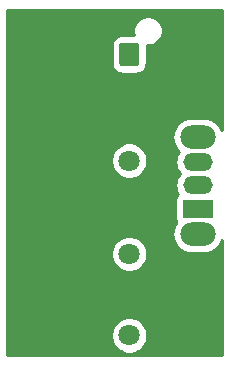
<source format=gbr>
%TF.GenerationSoftware,KiCad,Pcbnew,(5.1.9)-1*%
%TF.CreationDate,2022-03-01T01:02:47+08:00*%
%TF.ProjectId,LED,4c45442e-6b69-4636-9164-5f7063625858,rev?*%
%TF.SameCoordinates,Original*%
%TF.FileFunction,Copper,L2,Bot*%
%TF.FilePolarity,Positive*%
%FSLAX46Y46*%
G04 Gerber Fmt 4.6, Leading zero omitted, Abs format (unit mm)*
G04 Created by KiCad (PCBNEW (5.1.9)-1) date 2022-03-01 01:02:47*
%MOMM*%
%LPD*%
G01*
G04 APERTURE LIST*
%TA.AperFunction,ComponentPad*%
%ADD10O,3.000000X2.000000*%
%TD*%
%TA.AperFunction,ComponentPad*%
%ADD11O,2.500000X1.500000*%
%TD*%
%TA.AperFunction,ComponentPad*%
%ADD12R,2.500000X1.500000*%
%TD*%
%TA.AperFunction,ComponentPad*%
%ADD13O,1.700000X2.000000*%
%TD*%
%TA.AperFunction,ComponentPad*%
%ADD14C,1.800000*%
%TD*%
%TA.AperFunction,ComponentPad*%
%ADD15R,1.800000X1.800000*%
%TD*%
%TA.AperFunction,Conductor*%
%ADD16C,0.254000*%
%TD*%
%TA.AperFunction,Conductor*%
%ADD17C,0.100000*%
%TD*%
G04 APERTURE END LIST*
D10*
%TO.P,SW1,*%
%TO.N,*%
X186800000Y-91400000D03*
X186800000Y-99600000D03*
D11*
%TO.P,SW1,3*%
%TO.N,Net-(J1-Pad1)*%
X186800000Y-93500000D03*
%TO.P,SW1,2*%
%TO.N,Net-(R1-Pad1)*%
X186800000Y-95500000D03*
D12*
%TO.P,SW1,1*%
%TO.N,Net-(SW1-Pad1)*%
X186800000Y-97500000D03*
%TD*%
D13*
%TO.P,J1,2*%
%TO.N,Net-(D1-Pad1)*%
X178500000Y-84400000D03*
%TO.P,J1,1*%
%TO.N,Net-(J1-Pad1)*%
%TA.AperFunction,ComponentPad*%
G36*
G01*
X181850000Y-83650000D02*
X181850000Y-85150000D01*
G75*
G02*
X181600000Y-85400000I-250000J0D01*
G01*
X180400000Y-85400000D01*
G75*
G02*
X180150000Y-85150000I0J250000D01*
G01*
X180150000Y-83650000D01*
G75*
G02*
X180400000Y-83400000I250000J0D01*
G01*
X181600000Y-83400000D01*
G75*
G02*
X181850000Y-83650000I0J-250000D01*
G01*
G37*
%TD.AperFunction*%
%TD*%
D14*
%TO.P,D3,2*%
%TO.N,Net-(D3-Pad2)*%
X181015000Y-101300000D03*
D15*
%TO.P,D3,1*%
%TO.N,Net-(D1-Pad1)*%
X178475000Y-101300000D03*
%TD*%
D14*
%TO.P,D2,2*%
%TO.N,Net-(D2-Pad2)*%
X181015000Y-108200000D03*
D15*
%TO.P,D2,1*%
%TO.N,Net-(D1-Pad1)*%
X178475000Y-108200000D03*
%TD*%
D14*
%TO.P,D1,2*%
%TO.N,Net-(D1-Pad2)*%
X181015000Y-93400000D03*
D15*
%TO.P,D1,1*%
%TO.N,Net-(D1-Pad1)*%
X178475000Y-93400000D03*
%TD*%
D16*
%TO.N,Net-(D1-Pad1)*%
X188840000Y-90844298D02*
X188817852Y-90771285D01*
X188666031Y-90487248D01*
X188461714Y-90238286D01*
X188212752Y-90033969D01*
X187928715Y-89882148D01*
X187620516Y-89788657D01*
X187380322Y-89765000D01*
X186219678Y-89765000D01*
X185979484Y-89788657D01*
X185671285Y-89882148D01*
X185387248Y-90033969D01*
X185138286Y-90238286D01*
X184933969Y-90487248D01*
X184782148Y-90771285D01*
X184688657Y-91079484D01*
X184657089Y-91400000D01*
X184688657Y-91720516D01*
X184782148Y-92028715D01*
X184933969Y-92312752D01*
X185138286Y-92561714D01*
X185221972Y-92630393D01*
X185142843Y-92726812D01*
X185014236Y-92967419D01*
X184935040Y-93228493D01*
X184908299Y-93500000D01*
X184935040Y-93771507D01*
X185014236Y-94032581D01*
X185142843Y-94273188D01*
X185315919Y-94484081D01*
X185335316Y-94500000D01*
X185315919Y-94515919D01*
X185142843Y-94726812D01*
X185014236Y-94967419D01*
X184935040Y-95228493D01*
X184908299Y-95500000D01*
X184935040Y-95771507D01*
X185014236Y-96032581D01*
X185138940Y-96265886D01*
X185098815Y-96298815D01*
X185019463Y-96395506D01*
X184960498Y-96505820D01*
X184924188Y-96625518D01*
X184911928Y-96750000D01*
X184911928Y-98250000D01*
X184924188Y-98374482D01*
X184960498Y-98494180D01*
X185012529Y-98591522D01*
X184933969Y-98687248D01*
X184782148Y-98971285D01*
X184688657Y-99279484D01*
X184657089Y-99600000D01*
X184688657Y-99920516D01*
X184782148Y-100228715D01*
X184933969Y-100512752D01*
X185138286Y-100761714D01*
X185387248Y-100966031D01*
X185671285Y-101117852D01*
X185979484Y-101211343D01*
X186219678Y-101235000D01*
X187380322Y-101235000D01*
X187620516Y-101211343D01*
X187928715Y-101117852D01*
X188212752Y-100966031D01*
X188461714Y-100761714D01*
X188666031Y-100512752D01*
X188817852Y-100228715D01*
X188840001Y-100155701D01*
X188840001Y-109840000D01*
X170660000Y-109840000D01*
X170660000Y-108048816D01*
X179480000Y-108048816D01*
X179480000Y-108351184D01*
X179538989Y-108647743D01*
X179654701Y-108927095D01*
X179822688Y-109178505D01*
X180036495Y-109392312D01*
X180287905Y-109560299D01*
X180567257Y-109676011D01*
X180863816Y-109735000D01*
X181166184Y-109735000D01*
X181462743Y-109676011D01*
X181742095Y-109560299D01*
X181993505Y-109392312D01*
X182207312Y-109178505D01*
X182375299Y-108927095D01*
X182491011Y-108647743D01*
X182550000Y-108351184D01*
X182550000Y-108048816D01*
X182491011Y-107752257D01*
X182375299Y-107472905D01*
X182207312Y-107221495D01*
X181993505Y-107007688D01*
X181742095Y-106839701D01*
X181462743Y-106723989D01*
X181166184Y-106665000D01*
X180863816Y-106665000D01*
X180567257Y-106723989D01*
X180287905Y-106839701D01*
X180036495Y-107007688D01*
X179822688Y-107221495D01*
X179654701Y-107472905D01*
X179538989Y-107752257D01*
X179480000Y-108048816D01*
X170660000Y-108048816D01*
X170660000Y-101148816D01*
X179480000Y-101148816D01*
X179480000Y-101451184D01*
X179538989Y-101747743D01*
X179654701Y-102027095D01*
X179822688Y-102278505D01*
X180036495Y-102492312D01*
X180287905Y-102660299D01*
X180567257Y-102776011D01*
X180863816Y-102835000D01*
X181166184Y-102835000D01*
X181462743Y-102776011D01*
X181742095Y-102660299D01*
X181993505Y-102492312D01*
X182207312Y-102278505D01*
X182375299Y-102027095D01*
X182491011Y-101747743D01*
X182550000Y-101451184D01*
X182550000Y-101148816D01*
X182491011Y-100852257D01*
X182375299Y-100572905D01*
X182207312Y-100321495D01*
X181993505Y-100107688D01*
X181742095Y-99939701D01*
X181462743Y-99823989D01*
X181166184Y-99765000D01*
X180863816Y-99765000D01*
X180567257Y-99823989D01*
X180287905Y-99939701D01*
X180036495Y-100107688D01*
X179822688Y-100321495D01*
X179654701Y-100572905D01*
X179538989Y-100852257D01*
X179480000Y-101148816D01*
X170660000Y-101148816D01*
X170660000Y-93248816D01*
X179480000Y-93248816D01*
X179480000Y-93551184D01*
X179538989Y-93847743D01*
X179654701Y-94127095D01*
X179822688Y-94378505D01*
X180036495Y-94592312D01*
X180287905Y-94760299D01*
X180567257Y-94876011D01*
X180863816Y-94935000D01*
X181166184Y-94935000D01*
X181462743Y-94876011D01*
X181742095Y-94760299D01*
X181993505Y-94592312D01*
X182207312Y-94378505D01*
X182375299Y-94127095D01*
X182491011Y-93847743D01*
X182550000Y-93551184D01*
X182550000Y-93248816D01*
X182491011Y-92952257D01*
X182375299Y-92672905D01*
X182207312Y-92421495D01*
X181993505Y-92207688D01*
X181742095Y-92039701D01*
X181462743Y-91923989D01*
X181166184Y-91865000D01*
X180863816Y-91865000D01*
X180567257Y-91923989D01*
X180287905Y-92039701D01*
X180036495Y-92207688D01*
X179822688Y-92421495D01*
X179654701Y-92672905D01*
X179538989Y-92952257D01*
X179480000Y-93248816D01*
X170660000Y-93248816D01*
X170660000Y-83650000D01*
X179511928Y-83650000D01*
X179511928Y-85150000D01*
X179528992Y-85323254D01*
X179579528Y-85489850D01*
X179661595Y-85643386D01*
X179772038Y-85777962D01*
X179906614Y-85888405D01*
X180060150Y-85970472D01*
X180226746Y-86021008D01*
X180400000Y-86038072D01*
X181600000Y-86038072D01*
X181773254Y-86021008D01*
X181939850Y-85970472D01*
X182093386Y-85888405D01*
X182227962Y-85777962D01*
X182338405Y-85643386D01*
X182420472Y-85489850D01*
X182471008Y-85323254D01*
X182488072Y-85150000D01*
X182488072Y-83650000D01*
X182486595Y-83635000D01*
X182721637Y-83635000D01*
X182960236Y-83587540D01*
X183184992Y-83494443D01*
X183387267Y-83359287D01*
X183559287Y-83187267D01*
X183694443Y-82984992D01*
X183787540Y-82760236D01*
X183835000Y-82521637D01*
X183835000Y-82278363D01*
X183787540Y-82039764D01*
X183694443Y-81815008D01*
X183559287Y-81612733D01*
X183387267Y-81440713D01*
X183184992Y-81305557D01*
X182960236Y-81212460D01*
X182721637Y-81165000D01*
X182478363Y-81165000D01*
X182239764Y-81212460D01*
X182015008Y-81305557D01*
X181812733Y-81440713D01*
X181640713Y-81612733D01*
X181505557Y-81815008D01*
X181412460Y-82039764D01*
X181365000Y-82278363D01*
X181365000Y-82521637D01*
X181412460Y-82760236D01*
X181413161Y-82761928D01*
X180400000Y-82761928D01*
X180226746Y-82778992D01*
X180060150Y-82829528D01*
X179906614Y-82911595D01*
X179772038Y-83022038D01*
X179661595Y-83156614D01*
X179579528Y-83310150D01*
X179528992Y-83476746D01*
X179511928Y-83650000D01*
X170660000Y-83650000D01*
X170660000Y-80660000D01*
X188840000Y-80660000D01*
X188840000Y-90844298D01*
%TA.AperFunction,Conductor*%
D17*
G36*
X188840000Y-90844298D02*
G01*
X188817852Y-90771285D01*
X188666031Y-90487248D01*
X188461714Y-90238286D01*
X188212752Y-90033969D01*
X187928715Y-89882148D01*
X187620516Y-89788657D01*
X187380322Y-89765000D01*
X186219678Y-89765000D01*
X185979484Y-89788657D01*
X185671285Y-89882148D01*
X185387248Y-90033969D01*
X185138286Y-90238286D01*
X184933969Y-90487248D01*
X184782148Y-90771285D01*
X184688657Y-91079484D01*
X184657089Y-91400000D01*
X184688657Y-91720516D01*
X184782148Y-92028715D01*
X184933969Y-92312752D01*
X185138286Y-92561714D01*
X185221972Y-92630393D01*
X185142843Y-92726812D01*
X185014236Y-92967419D01*
X184935040Y-93228493D01*
X184908299Y-93500000D01*
X184935040Y-93771507D01*
X185014236Y-94032581D01*
X185142843Y-94273188D01*
X185315919Y-94484081D01*
X185335316Y-94500000D01*
X185315919Y-94515919D01*
X185142843Y-94726812D01*
X185014236Y-94967419D01*
X184935040Y-95228493D01*
X184908299Y-95500000D01*
X184935040Y-95771507D01*
X185014236Y-96032581D01*
X185138940Y-96265886D01*
X185098815Y-96298815D01*
X185019463Y-96395506D01*
X184960498Y-96505820D01*
X184924188Y-96625518D01*
X184911928Y-96750000D01*
X184911928Y-98250000D01*
X184924188Y-98374482D01*
X184960498Y-98494180D01*
X185012529Y-98591522D01*
X184933969Y-98687248D01*
X184782148Y-98971285D01*
X184688657Y-99279484D01*
X184657089Y-99600000D01*
X184688657Y-99920516D01*
X184782148Y-100228715D01*
X184933969Y-100512752D01*
X185138286Y-100761714D01*
X185387248Y-100966031D01*
X185671285Y-101117852D01*
X185979484Y-101211343D01*
X186219678Y-101235000D01*
X187380322Y-101235000D01*
X187620516Y-101211343D01*
X187928715Y-101117852D01*
X188212752Y-100966031D01*
X188461714Y-100761714D01*
X188666031Y-100512752D01*
X188817852Y-100228715D01*
X188840001Y-100155701D01*
X188840001Y-109840000D01*
X170660000Y-109840000D01*
X170660000Y-108048816D01*
X179480000Y-108048816D01*
X179480000Y-108351184D01*
X179538989Y-108647743D01*
X179654701Y-108927095D01*
X179822688Y-109178505D01*
X180036495Y-109392312D01*
X180287905Y-109560299D01*
X180567257Y-109676011D01*
X180863816Y-109735000D01*
X181166184Y-109735000D01*
X181462743Y-109676011D01*
X181742095Y-109560299D01*
X181993505Y-109392312D01*
X182207312Y-109178505D01*
X182375299Y-108927095D01*
X182491011Y-108647743D01*
X182550000Y-108351184D01*
X182550000Y-108048816D01*
X182491011Y-107752257D01*
X182375299Y-107472905D01*
X182207312Y-107221495D01*
X181993505Y-107007688D01*
X181742095Y-106839701D01*
X181462743Y-106723989D01*
X181166184Y-106665000D01*
X180863816Y-106665000D01*
X180567257Y-106723989D01*
X180287905Y-106839701D01*
X180036495Y-107007688D01*
X179822688Y-107221495D01*
X179654701Y-107472905D01*
X179538989Y-107752257D01*
X179480000Y-108048816D01*
X170660000Y-108048816D01*
X170660000Y-101148816D01*
X179480000Y-101148816D01*
X179480000Y-101451184D01*
X179538989Y-101747743D01*
X179654701Y-102027095D01*
X179822688Y-102278505D01*
X180036495Y-102492312D01*
X180287905Y-102660299D01*
X180567257Y-102776011D01*
X180863816Y-102835000D01*
X181166184Y-102835000D01*
X181462743Y-102776011D01*
X181742095Y-102660299D01*
X181993505Y-102492312D01*
X182207312Y-102278505D01*
X182375299Y-102027095D01*
X182491011Y-101747743D01*
X182550000Y-101451184D01*
X182550000Y-101148816D01*
X182491011Y-100852257D01*
X182375299Y-100572905D01*
X182207312Y-100321495D01*
X181993505Y-100107688D01*
X181742095Y-99939701D01*
X181462743Y-99823989D01*
X181166184Y-99765000D01*
X180863816Y-99765000D01*
X180567257Y-99823989D01*
X180287905Y-99939701D01*
X180036495Y-100107688D01*
X179822688Y-100321495D01*
X179654701Y-100572905D01*
X179538989Y-100852257D01*
X179480000Y-101148816D01*
X170660000Y-101148816D01*
X170660000Y-93248816D01*
X179480000Y-93248816D01*
X179480000Y-93551184D01*
X179538989Y-93847743D01*
X179654701Y-94127095D01*
X179822688Y-94378505D01*
X180036495Y-94592312D01*
X180287905Y-94760299D01*
X180567257Y-94876011D01*
X180863816Y-94935000D01*
X181166184Y-94935000D01*
X181462743Y-94876011D01*
X181742095Y-94760299D01*
X181993505Y-94592312D01*
X182207312Y-94378505D01*
X182375299Y-94127095D01*
X182491011Y-93847743D01*
X182550000Y-93551184D01*
X182550000Y-93248816D01*
X182491011Y-92952257D01*
X182375299Y-92672905D01*
X182207312Y-92421495D01*
X181993505Y-92207688D01*
X181742095Y-92039701D01*
X181462743Y-91923989D01*
X181166184Y-91865000D01*
X180863816Y-91865000D01*
X180567257Y-91923989D01*
X180287905Y-92039701D01*
X180036495Y-92207688D01*
X179822688Y-92421495D01*
X179654701Y-92672905D01*
X179538989Y-92952257D01*
X179480000Y-93248816D01*
X170660000Y-93248816D01*
X170660000Y-83650000D01*
X179511928Y-83650000D01*
X179511928Y-85150000D01*
X179528992Y-85323254D01*
X179579528Y-85489850D01*
X179661595Y-85643386D01*
X179772038Y-85777962D01*
X179906614Y-85888405D01*
X180060150Y-85970472D01*
X180226746Y-86021008D01*
X180400000Y-86038072D01*
X181600000Y-86038072D01*
X181773254Y-86021008D01*
X181939850Y-85970472D01*
X182093386Y-85888405D01*
X182227962Y-85777962D01*
X182338405Y-85643386D01*
X182420472Y-85489850D01*
X182471008Y-85323254D01*
X182488072Y-85150000D01*
X182488072Y-83650000D01*
X182486595Y-83635000D01*
X182721637Y-83635000D01*
X182960236Y-83587540D01*
X183184992Y-83494443D01*
X183387267Y-83359287D01*
X183559287Y-83187267D01*
X183694443Y-82984992D01*
X183787540Y-82760236D01*
X183835000Y-82521637D01*
X183835000Y-82278363D01*
X183787540Y-82039764D01*
X183694443Y-81815008D01*
X183559287Y-81612733D01*
X183387267Y-81440713D01*
X183184992Y-81305557D01*
X182960236Y-81212460D01*
X182721637Y-81165000D01*
X182478363Y-81165000D01*
X182239764Y-81212460D01*
X182015008Y-81305557D01*
X181812733Y-81440713D01*
X181640713Y-81612733D01*
X181505557Y-81815008D01*
X181412460Y-82039764D01*
X181365000Y-82278363D01*
X181365000Y-82521637D01*
X181412460Y-82760236D01*
X181413161Y-82761928D01*
X180400000Y-82761928D01*
X180226746Y-82778992D01*
X180060150Y-82829528D01*
X179906614Y-82911595D01*
X179772038Y-83022038D01*
X179661595Y-83156614D01*
X179579528Y-83310150D01*
X179528992Y-83476746D01*
X179511928Y-83650000D01*
X170660000Y-83650000D01*
X170660000Y-80660000D01*
X188840000Y-80660000D01*
X188840000Y-90844298D01*
G37*
%TD.AperFunction*%
%TD*%
M02*

</source>
